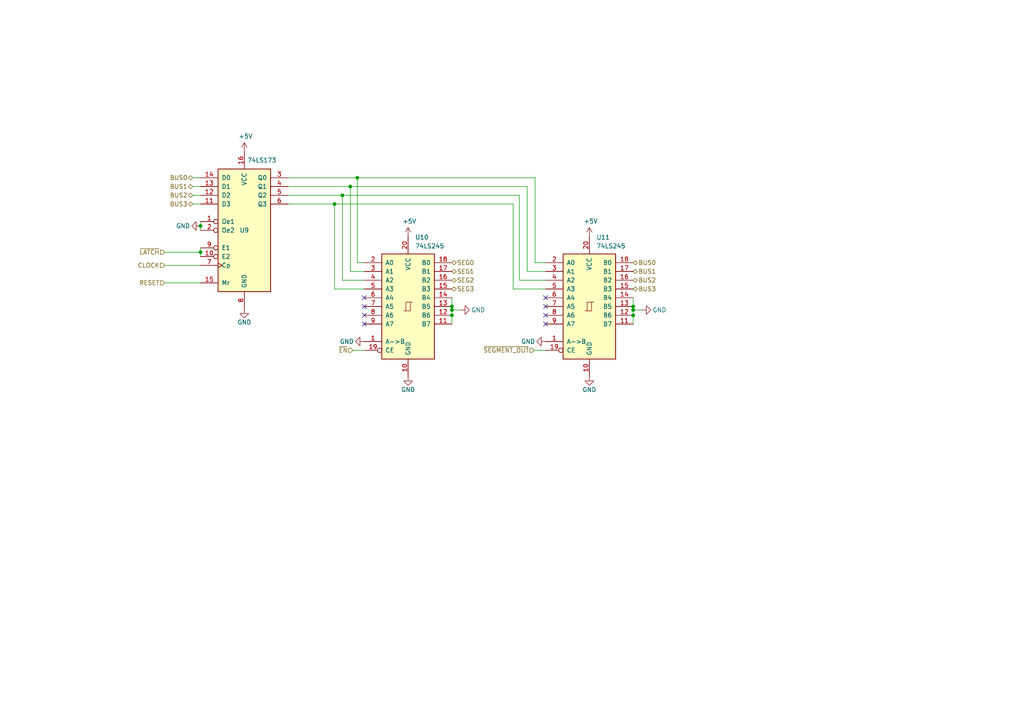
<source format=kicad_sch>
(kicad_sch (version 20211123) (generator eeschema)
  (paper "A4")
  (lib_symbols
    (symbol "74xx:74LS173" (pin_names (offset 1.016))
      (property "Reference" "U" (at -7.62 19.05 0))
      (property "Value" "74LS173" (at -7.62 -19.05 0))
      (symbol "74LS173_1_0"
        (pin input inverted (at -12.7 2.54 0) (length 5.08) (name "Oe1") (number "1"))
        (pin input inverted (at -12.7 -7.62 0) (length 5.08) (name "E2") (number "10"))
        (pin input line (at -12.7 7.62 0) (length 5.08) (name "D3") (number "11"))
        (pin input line (at -12.7 10.16 0) (length 5.08) (name "D2") (number "12"))
        (pin input line (at -12.7 12.7 0) (length 5.08) (name "D1") (number "13"))
        (pin input line (at -12.7 15.24 0) (length 5.08) (name "D0") (number "14"))
        (pin input line (at -12.7 -15.24 0) (length 5.08) (name "Mr") (number "15"))
        (pin power_in line (at 0 22.86 270) (length 5.08) (name "VCC") (number "16"))
        (pin input inverted (at -12.7 0 0) (length 5.08) (name "Oe2") (number "2"))
        (pin tri_state line (at 12.7 15.24 180) (length 5.08) (name "Q0") (number "3"))
        (pin tri_state line (at 12.7 12.7 180) (length 5.08) (name "Q1") (number "4"))
        (pin tri_state line (at 12.7 10.16 180) (length 5.08) (name "Q2") (number "5"))
        (pin tri_state line (at 12.7 7.62 180) (length 5.08) (name "Q3") (number "6"))
        (pin input clock (at -12.7 -10.16 0) (length 5.08) (name "Cp") (number "7"))
        (pin power_in line (at 0 -22.86 90) (length 5.08) (name "GND") (number "8"))
        (pin input inverted (at -12.7 -5.08 0) (length 5.08) (name "E1") (number "9"))
      )
      (symbol "74LS173_1_1"
        (rectangle (start -7.62 17.78) (end 7.62 -17.78) (stroke (width 0.254)) (fill (type background)))
      )
    )
    (symbol "74xx:74LS245" (pin_names (offset 1.016))
      (property "Reference" "U" (at -7.62 16.51 0))
      (property "Value" "74LS245" (at -7.62 -16.51 0))
      (symbol "74LS245_1_0"
        (polyline (pts (xy -0.635 -1.27) (xy -0.635 1.27) (xy 0.635 1.27)))
        (polyline (pts (xy -1.27 -1.27) (xy 0.635 -1.27) (xy 0.635 1.27) (xy 1.27 1.27)))
        (pin input line (at -12.7 -10.16 0) (length 5.08) (name "A->B") (number "1"))
        (pin power_in line (at 0 -20.32 90) (length 5.08) (name "GND") (number "10"))
        (pin tri_state line (at 12.7 -5.08 180) (length 5.08) (name "B7") (number "11"))
        (pin tri_state line (at 12.7 -2.54 180) (length 5.08) (name "B6") (number "12"))
        (pin tri_state line (at 12.7 0 180) (length 5.08) (name "B5") (number "13"))
        (pin tri_state line (at 12.7 2.54 180) (length 5.08) (name "B4") (number "14"))
        (pin tri_state line (at 12.7 5.08 180) (length 5.08) (name "B3") (number "15"))
        (pin tri_state line (at 12.7 7.62 180) (length 5.08) (name "B2") (number "16"))
        (pin tri_state line (at 12.7 10.16 180) (length 5.08) (name "B1") (number "17"))
        (pin tri_state line (at 12.7 12.7 180) (length 5.08) (name "B0") (number "18"))
        (pin input inverted (at -12.7 -12.7 0) (length 5.08) (name "CE") (number "19"))
        (pin tri_state line (at -12.7 12.7 0) (length 5.08) (name "A0") (number "2"))
        (pin power_in line (at 0 20.32 270) (length 5.08) (name "VCC") (number "20"))
        (pin tri_state line (at -12.7 10.16 0) (length 5.08) (name "A1") (number "3"))
        (pin tri_state line (at -12.7 7.62 0) (length 5.08) (name "A2") (number "4"))
        (pin tri_state line (at -12.7 5.08 0) (length 5.08) (name "A3") (number "5"))
        (pin tri_state line (at -12.7 2.54 0) (length 5.08) (name "A4") (number "6"))
        (pin tri_state line (at -12.7 0 0) (length 5.08) (name "A5") (number "7"))
        (pin tri_state line (at -12.7 -2.54 0) (length 5.08) (name "A6") (number "8"))
        (pin tri_state line (at -12.7 -5.08 0) (length 5.08) (name "A7") (number "9"))
      )
      (symbol "74LS245_1_1"
        (rectangle (start -7.62 15.24) (end 7.62 -15.24) (stroke (width 0.254)) (fill (type background)))
      )
    )
    (symbol "power:+5V" (power) (pin_names (offset 0))
      (property "Value" "+5V" (at 0 3.556 0))
      (symbol "+5V_0_1"
        (polyline (pts (xy -0.762 1.27) (xy 0 2.54)))
        (polyline (pts (xy 0 0) (xy 0 2.54)))
        (polyline (pts (xy 0 2.54) (xy 0.762 1.27)))
      )
      (symbol "+5V_1_1"
        (pin power_in line (at 0 0 90) (length 0) hide (name "+5V") (number "1"))
      )
    )
    (symbol "power:GND" (power) (pin_names (offset 0))
      (property "Value" "GND" (at 0 -3.81 0))
      (symbol "GND_0_1"
        (polyline (pts (xy 0 0) (xy 0 -1.27) (xy 1.27 -1.27) (xy 0 -2.54) (xy -1.27 -1.27) (xy 0 -1.27)))
      )
      (symbol "GND_1_1"
        (pin power_in line (at 0 0 270) (length 0) hide (name "GND") (number "1"))
      )
    )
  )
  (junction (at 99.314 56.642))
  (junction (at 101.6 54.102))
  (junction (at 103.632 51.562))
  (junction (at 58.166 73.152))
  (junction (at 131.064 89.916))
  (junction (at 183.642 89.916))
  (junction (at 58.166 65.532))
  (junction (at 183.642 88.9))
  (junction (at 183.642 91.44))
  (junction (at 97.028 59.182))
  (junction (at 131.064 88.9))
  (junction (at 131.064 91.44))
  (no_connect (at 105.664 88.9))
  (no_connect (at 105.664 86.36))
  (no_connect (at 105.664 91.44))
  (no_connect (at 158.242 86.36))
  (no_connect (at 158.242 88.9))
  (no_connect (at 158.242 91.44))
  (no_connect (at 158.242 93.98))
  (no_connect (at 105.664 93.98))
  (wire (pts (xy 58.166 65.532) (xy 58.166 66.802)))
  (wire (pts (xy 158.242 76.2) (xy 155.194 76.2)))
  (wire (pts (xy 148.844 83.82) (xy 158.242 83.82)))
  (wire (pts (xy 183.642 89.916) (xy 183.642 88.9)))
  (wire (pts (xy 97.028 59.182) (xy 148.844 59.182)))
  (wire (pts (xy 83.566 59.182) (xy 97.028 59.182)))
  (wire (pts (xy 155.194 76.2) (xy 155.194 51.562)))
  (wire (pts (xy 105.664 78.74) (xy 101.6 78.74)))
  (wire (pts (xy 58.166 73.152) (xy 58.166 74.422)))
  (wire (pts (xy 103.632 76.2) (xy 103.632 51.562)))
  (wire (pts (xy 131.064 91.44) (xy 131.064 89.916)))
  (wire (pts (xy 103.632 51.562) (xy 155.194 51.562)))
  (wire (pts (xy 183.642 91.44) (xy 183.642 89.916)))
  (wire (pts (xy 105.664 83.82) (xy 97.028 83.82)))
  (wire (pts (xy 58.166 64.262) (xy 58.166 65.532)))
  (wire (pts (xy 150.622 56.642) (xy 150.622 81.28)))
  (wire (pts (xy 148.844 59.182) (xy 148.844 83.82)))
  (wire (pts (xy 55.88 51.562) (xy 58.166 51.562)))
  (wire (pts (xy 183.642 93.98) (xy 183.642 91.44)))
  (wire (pts (xy 131.064 89.916) (xy 133.604 89.916)))
  (wire (pts (xy 102.362 101.6) (xy 105.664 101.6)))
  (wire (pts (xy 183.642 88.9) (xy 183.642 86.36)))
  (wire (pts (xy 131.064 88.9) (xy 131.064 86.36)))
  (wire (pts (xy 47.752 82.042) (xy 58.166 82.042)))
  (wire (pts (xy 97.028 83.82) (xy 97.028 59.182)))
  (wire (pts (xy 55.88 56.642) (xy 58.166 56.642)))
  (wire (pts (xy 58.166 71.882) (xy 58.166 73.152)))
  (wire (pts (xy 83.566 56.642) (xy 99.314 56.642)))
  (wire (pts (xy 150.622 81.28) (xy 158.242 81.28)))
  (wire (pts (xy 83.566 54.102) (xy 101.6 54.102)))
  (wire (pts (xy 131.064 89.916) (xy 131.064 88.9)))
  (wire (pts (xy 152.908 78.74) (xy 152.908 54.102)))
  (wire (pts (xy 101.6 54.102) (xy 152.908 54.102)))
  (wire (pts (xy 55.88 59.182) (xy 58.166 59.182)))
  (wire (pts (xy 101.6 78.74) (xy 101.6 54.102)))
  (wire (pts (xy 99.314 56.642) (xy 150.622 56.642)))
  (wire (pts (xy 105.664 81.28) (xy 99.314 81.28)))
  (wire (pts (xy 183.642 89.916) (xy 186.182 89.916)))
  (wire (pts (xy 99.314 81.28) (xy 99.314 56.642)))
  (wire (pts (xy 158.242 78.74) (xy 152.908 78.74)))
  (wire (pts (xy 47.752 73.152) (xy 58.166 73.152)))
  (wire (pts (xy 154.94 101.6) (xy 158.242 101.6)))
  (wire (pts (xy 103.632 76.2) (xy 105.664 76.2)))
  (wire (pts (xy 131.064 93.98) (xy 131.064 91.44)))
  (wire (pts (xy 47.752 76.962) (xy 58.166 76.962)))
  (wire (pts (xy 83.566 51.562) (xy 103.632 51.562)))
  (wire (pts (xy 55.88 54.102) (xy 58.166 54.102)))
  (hierarchical_label "~{SEGMENT_OUT}" (shape input) (at 154.94 101.6 180))
  (hierarchical_label "SEG1" (shape tri_state) (at 131.064 78.74 0))
  (hierarchical_label "CLOCK" (shape input) (at 47.752 76.962 180))
  (hierarchical_label "~{EN}" (shape input) (at 102.362 101.6 180))
  (hierarchical_label "BUS0" (shape tri_state) (at 183.642 76.2 0))
  (hierarchical_label "BUS1" (shape tri_state) (at 183.642 78.74 0))
  (hierarchical_label "~{LATCH}" (shape input) (at 47.752 73.152 180))
  (hierarchical_label "BUS3" (shape tri_state) (at 55.88 59.182 180))
  (hierarchical_label "BUS0" (shape tri_state) (at 55.88 51.562 180))
  (hierarchical_label "SEG2" (shape tri_state) (at 131.064 81.28 0))
  (hierarchical_label "BUS2" (shape tri_state) (at 183.642 81.28 0))
  (hierarchical_label "RESET" (shape input) (at 47.752 82.042 180))
  (hierarchical_label "SEG3" (shape tri_state) (at 131.064 83.82 0))
  (hierarchical_label "BUS1" (shape tri_state) (at 55.88 54.102 180))
  (hierarchical_label "SEG0" (shape tri_state) (at 131.064 76.2 0))
  (hierarchical_label "BUS2" (shape tri_state) (at 55.88 56.642 180))
  (hierarchical_label "BUS3" (shape tri_state) (at 183.642 83.82 0))
  (symbol (lib_id "power:GND") (at 158.242 99.06 270)
    (property "Reference" "#PWR044" (effects hide))
    (property "Value" "GND" (at 153.162 99.06 90))
  )
  (symbol (lib_id "74xx:74LS245") (at 118.364 88.9 0)
    (property "Reference" "U10" (at 120.3834 68.834 0) (effects (justify left)))
    (property "Value" "74LS245" (at 120.3834 71.374 0) (effects (justify left)))
    (property "Footprint" "Package_SO:TSSOP-20_4.4x6.5mm_P0.65mm" (effects hide))
    (property "Datasheet" "http://www.ti.com/lit/gpn/sn74LS245" (effects hide))
  )
  (symbol (lib_id "power:+5V") (at 170.942 68.58 0)
    (property "Reference" "#PWR045" (effects hide))
    (property "Value" "+5V" (at 171.323 64.1858 0))
  )
  (symbol (lib_id "power:GND") (at 58.166 65.532 270)
    (property "Reference" "#PWR037" (effects hide))
    (property "Value" "GND" (at 53.086 65.532 90))
  )
  (symbol (lib_id "power:GND") (at 118.364 109.22 0)
    (property "Reference" "#PWR042" (effects hide))
    (property "Value" "GND" (at 118.364 113.03 0))
  )
  (symbol (lib_id "74xx:74LS173") (at 70.866 66.802 0)
    (property "Reference" "U9" (at 70.866 66.802 0))
    (property "Value" "74LS173" (at 75.946 46.482 0))
    (property "Footprint" "Package_SO:TSSOP-16_4.4x5mm_P0.65mm" (effects hide))
    (property "Datasheet" "http://www.ti.com/lit/gpn/sn74LS173" (effects hide))
  )
  (symbol (lib_id "74xx:74LS245") (at 170.942 88.9 0)
    (property "Reference" "U11" (at 172.9614 68.834 0) (effects (justify left)))
    (property "Value" "74LS245" (at 172.9614 71.374 0) (effects (justify left)))
    (property "Footprint" "Package_SO:TSSOP-20_4.4x6.5mm_P0.65mm" (effects hide))
    (property "Datasheet" "http://www.ti.com/lit/gpn/sn74LS245" (effects hide))
  )
  (symbol (lib_id "power:GND") (at 105.664 99.06 270)
    (property "Reference" "#PWR040" (effects hide))
    (property "Value" "GND" (at 100.584 99.06 90))
  )
  (symbol (lib_id "power:GND") (at 186.182 89.916 90)
    (property "Reference" "#PWR047" (effects hide))
    (property "Value" "GND" (at 191.262 89.916 90))
  )
  (symbol (lib_id "power:GND") (at 133.604 89.916 90)
    (property "Reference" "#PWR043" (effects hide))
    (property "Value" "GND" (at 138.684 89.916 90))
  )
  (symbol (lib_id "power:GND") (at 170.942 109.22 0)
    (property "Reference" "#PWR046" (effects hide))
    (property "Value" "GND" (at 170.942 113.03 0))
  )
  (symbol (lib_id "power:+5V") (at 118.364 68.58 0)
    (property "Reference" "#PWR041" (effects hide))
    (property "Value" "+5V" (at 118.745 64.1858 0))
  )
  (symbol (lib_id "power:GND") (at 70.866 89.662 0)
    (property "Reference" "#PWR039" (effects hide))
    (property "Value" "GND" (at 70.866 93.472 0))
  )
  (symbol (lib_id "power:+5V") (at 70.866 43.942 0)
    (property "Reference" "#PWR038" (effects hide))
    (property "Value" "+5V" (at 71.247 39.5478 0))
  )
)
</source>
